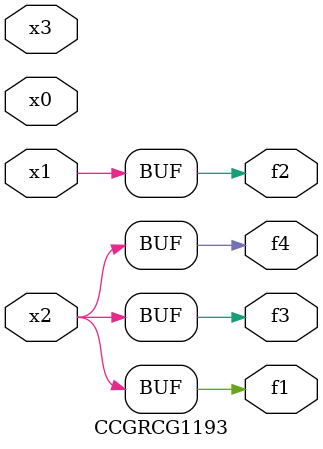
<source format=v>
module CCGRCG1193(
	input x0, x1, x2, x3,
	output f1, f2, f3, f4
);
	assign f1 = x2;
	assign f2 = x1;
	assign f3 = x2;
	assign f4 = x2;
endmodule

</source>
